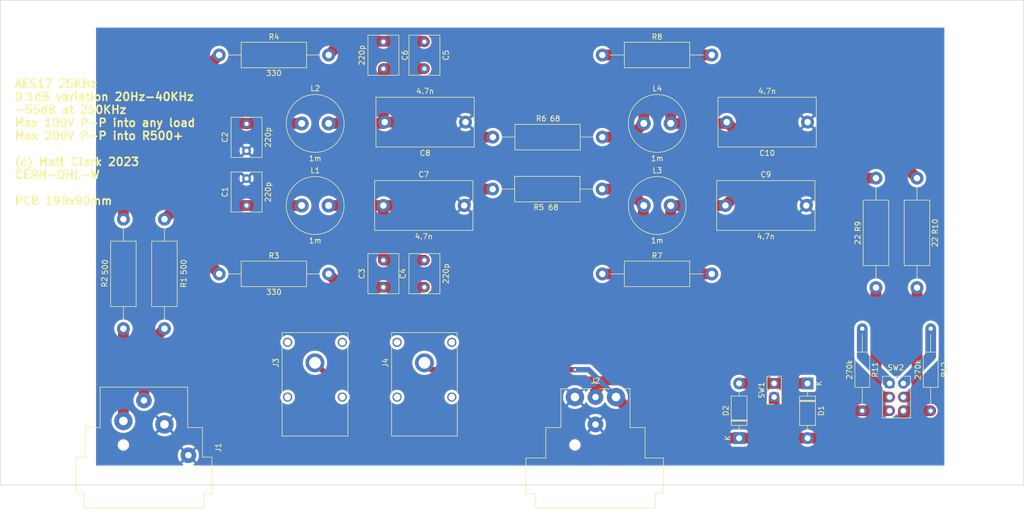
<source format=kicad_pcb>
(kicad_pcb (version 20221018) (generator pcbnew)
  (layers (0 "F.Cu" signal) (31 "B.Cu" signal) (34 "B.Paste" user) (35 "F.Paste" user) (36 "B.SilkS" user "B.Silkscreen") (37 "F.SilkS" user "F.Silkscreen") (38 "B.Mask" user) (39 "F.Mask" user) (44 "Edge.Cuts" user))
  (net 0 "")
  (net 1 "Net-(C1-Pad1)")
  (net 2 "Net-(C2-Pad2)")
  (net 3 "Net-(C3-Pad1)")
  (net 4 "Net-(C3-Pad2)")
  (net 5 "Net-(C5-Pad1)")
  (net 6 "Net-(C5-Pad2)")
  (net 7 "Net-(C9-Pad1)")
  (net 8 "Net-(C10-Pad2)")
  (net 9 "Net-(D1-K)")
  (net 10 "Net-(D1-A)")
  (net 11 "GND")
  (net 12 "Net-(J1-Pad2)")
  (net 13 "Net-(J1-Pad3)")
  (net 14 "Net-(L3-Pad1)")
  (net 15 "Net-(L4-Pad1)")
  (net 16 "Net-(SW2A-B)")
  (net 17 "Net-(SW2B-B)")
  (net 18 "Net-(SW2A-C)")
  (net 19 "Net-(SW2B-C)")
  (net 20 "Net-(J3-Pin_1)")
  (footprint "Connector:Banana_Cliff_FCR7350x_S16N-PC_Horizontal" (layer "F.Cu") (at 129.54 115.56 90)
    (fp_text reference "J4" (at 0 -7.25 90 unlocked) (layer "F.SilkS"))
    (fp_text value "Conn_01x01_Pin")
    (fp_line (start -13.6 -6.1) (end -13.6 6.1) (stroke (width 0.12)) (layer "F.SilkS"))
    (fp_line (start -13.6 6.1) (end -7 6.1) (stroke (width 0.12)) (layer "F.SilkS"))
    (fp_line (start -7 -6.1) (end -13.6 -6.1) (stroke (width 0.12)) (layer "F.SilkS"))
    (fp_line (start -5.7 6.1) (end 3.2 6.1) (stroke (width 0.12)) (layer "F.SilkS"))
    (fp_line (start 3.2 -6.1) (end -5.7 -6.1) (stroke (width 0.12)) (layer "F.SilkS"))
    (fp_line (start 4.4 6.1) (end 5.6 6.1) (stroke (width 0.12)) (layer "F.SilkS"))
    (fp_line (start 5.6 -6.1) (end 4.4 -6.1) (stroke (width 0.12)) (layer "F.SilkS"))
    (fp_line (start 5.6 6.1) (end 5.6 -6.1) (stroke (width 0.12)) (layer "F.SilkS"))
    (pad "" np_thru_hole circle (at -6.36 -5.08 90) (size 1.7 1.7) (drill 1.2) (layers "F&B.Cu" "*.Mask"))
    (pad "" np_thru_hole circle (at -6.36 5.08 90) (size 1.7 1.7) (drill 1.2) (layers "F&B.Cu" "*.Mask"))
    (pad "" np_thru_hole circle (at 3.8 -5.08 90) (size 1.7 1.7) (drill 1.2) (layers "F&B.Cu" "*.Mask"))
    (pad "" np_thru_hole circle (at 3.8 5.08 90) (size 1.7 1.7) (drill 1.2) (layers "F&B.Cu" "*.Mask"))
    (pad "1" thru_hole circle (at 0 0 90) (size 3.5 3.5) (drill 2.2) (layers "*.Cu" "*.Mask") (net 10 "Net-(D1-A)"))
  )
  (footprint "Capacitor_THT:C_Rect_L18.0mm_W9.0mm_P15.00mm_FKS3_FKP3" (layer "F.Cu") (at 200.66 70.88 180)
    (fp_text reference "C10" (at 7.5 -5.75) (layer "F.SilkS"))
    (fp_text value "4.7n" (at 7.5 5.75) (layer "F.SilkS"))
    (fp_line (start -1.62 -4.62) (end -1.62 4.62) (stroke (width 0.12)) (layer "F.SilkS"))
    (fp_line (start -1.62 -4.62) (end 16.62 -4.62) (stroke (width 0.12)) (layer "F.SilkS"))
    (fp_line (start -1.62 4.62) (end 16.62 4.62) (stroke (width 0.12)) (layer "F.SilkS"))
    (fp_line (start 16.62 -4.62) (end 16.62 4.62) (stroke (width 0.12)) (layer "F.SilkS"))
    (pad "1" thru_hole circle (at 0 0 180) (size 2.4 2.4) (drill 1.2) (layers "*.Cu" "*.Mask") (net 11 "GND"))
    (pad "2" thru_hole circle (at 15 0 180) (size 2.4 2.4) (drill 1.2) (layers "*.Cu" "*.Mask") (net 8 "Net-(C10-Pad2)"))
  )
  (footprint "Resistor_THT:R_Axial_DIN0414_L11.9mm_D4.5mm_P20.32mm_Horizontal" (layer "F.Cu") (at 73.66 109.22 90)
    (fp_text reference "R2" (at 8.660205 -3.497465 90) (layer "F.SilkS"))
    (fp_text value "500" (at 11.432677 -3.402029 90) (layer "F.SilkS"))
    (fp_line (start 1.44 0) (end 4.09 0) (stroke (width 0.12)) (layer "F.SilkS"))
    (fp_line (start 4.09 -2.37) (end 4.09 2.37) (stroke (width 0.12)) (layer "F.SilkS"))
    (fp_line (start 4.09 2.37) (end 16.23 2.37) (stroke (width 0.12)) (layer "F.SilkS"))
    (fp_line (start 16.23 -2.37) (end 4.09 -2.37) (stroke (width 0.12)) (layer "F.SilkS"))
    (fp_line (start 16.23 2.37) (end 16.23 -2.37) (stroke (width 0.12)) (layer "F.SilkS"))
    (fp_line (start 18.88 0) (end 16.23 0) (stroke (width 0.12)) (layer "F.SilkS"))
    (pad "1" thru_hole circle (at 0 0 90) (size 2.4 2.4) (drill 1.2) (layers "*.Cu" "*.Mask") (net 12 "Net-(J1-Pad2)"))
    (pad "2" thru_hole oval (at 20.32 0 90) (size 2.4 2.4) (drill 1.2) (layers "*.Cu" "*.Mask") (net 2 "Net-(C2-Pad2)"))
  )
  (footprint "Connector_Audio:Jack_XLR_Neutrik_NC3MAAH_Horizontal" (layer "F.Cu") (at 157.48 121.92)
    (fp_text reference "J2" (at 3.81 -3) (layer "F.SilkS"))
    (fp_text value "NC3MAAH")
    (fp_line (start -9.11 11.31) (end -5.41 11.31) (stroke (width 0.12)) (layer "F.SilkS"))
    (fp_line (start -9.11 17.9) (end -9.11 11.31) (stroke (width 0.12)) (layer "F.SilkS"))
    (fp_line (start -7.31 17.9) (end -9.11 17.9) (stroke (width 0.12)) (layer "F.SilkS"))
    (fp_line (start -7.31 17.9) (end -7.31 20.6) (stroke (width 0.12)) (layer "F.SilkS"))
    (fp_line (start -5.41 11.31) (end -5.41 5.66) (stroke (width 0.12)) (layer "F.SilkS"))
    (fp_line (start -2.61 5.66) (end -5.41 5.66) (stroke (width 0.12)) (layer "F.SilkS"))
    (fp_line (start -2.61 5.66) (end -2.61 -1.54) (stroke (width 0.12)) (layer "F.SilkS"))
    (fp_line (start -1.19 -1.54) (end -2.61 -1.54) (stroke (width 0.12)) (layer "F.SilkS"))
    (fp_line (start 3.11 -1.54) (end 1.21 -1.54) (stroke (width 0.12)) (layer "F.SilkS"))
    (fp_line (start 4.51 -1.54) (end 6.41 -1.54) (stroke (width 0.12)) (layer "F.SilkS"))
    (fp_line (start 10.23 -1.54) (end 8.81 -1.54) (stroke (width 0.12)) (layer "F.SilkS"))
    (fp_line (start 10.23 5.66) (end 10.23 -1.54) (stroke (width 0.12)) (layer "F.SilkS"))
    (fp_line (start 10.23 5.66) (end 13.03 5.66) (stroke (width 0.12)) (layer "F.SilkS"))
    (fp_line (start 13.03 11.31) (end 13.03 5.66) (stroke (width 0.12)) (layer "F.SilkS"))
    (fp_line (start 13.03 11.31) (end 16.43 11.31) (stroke (width 0.12)) (layer "F.SilkS"))
    (fp_line (start 14.93 17.9) (end 14.93 20.6) (stroke (width 0.12)) (layer "F.SilkS"))
    (fp_line (start 14.93 20.6) (end -7.31 20.6) (stroke (width 0.12)) (layer "F.SilkS"))
    (fp_line (start 16.43 17.9) (end 14.93 17.9) (stroke (width 0.12)) (layer "F.SilkS"))
    (fp_line (start 16.43 17.9) (end 16.43 11.31) (stroke (width 0.12)) (layer "F.SilkS"))
    (pad "" np_thru_hole circle (at 0 8.89) (size 1.6 1.6) (drill 1.6) (layers "*.Cu" "*.Mask"))
    (pad "" np_thru_hole circle (at 7.62 13.97) (size 1.6 1.6) (drill 1.6) (layers "*.Cu" "*.Mask"))
    (pad "1" thru_hole circle (at 0 0) (size 3.4 3.4) (drill 1.6) (layers "*.Cu" "*.Mask") (net 11 "GND"))
    (pad "2" thru_hole circle (at 7.62 0) (size 3.4 3.4) (drill 1.6) (layers "*.Cu" "*.Mask") (net 10 "Net-(D1-A)"))
    (pad "3" thru_hole circle (at 3.81 0) (size 2.9 2.9) (drill 1.2) (layers "*.Cu" "*.Mask") (net 20 "Net-(J3-Pin_1)"))
    (pad "G" thru_hole circle (at 3.81 5.08) (size 2.9 2.9) (drill 1.2) (layers "*.Cu" "*.Mask") (net 11 "GND"))
  )
  (footprint "MountingHole:MountingHole_3.2mm_M3" (layer "F.Cu") (at 233.68 55.88)
    (fp_text reference "H2" hide)
    (fp_text value "MountingHole")
    (pad "" np_thru_hole circle (at 0 0) (size 3.2 3.2) (drill 3.2) (layers "*.Cu" "*.Mask"))
  )
  (footprint "Capacitor_THT:C_Rect_L7.2mm_W5.5mm_P5.00mm_FKS2_FKP2_MKS2_MKP2" (layer "F.Cu") (at 96.52 76.2 90)
    (fp_text reference "C2" (at 2.5 -4 90) (layer "F.SilkS"))
    (fp_text value "220p" (at 2.5 4 90) (layer "F.SilkS"))
    (fp_line (start -1.22 -2.87) (end -1.22 2.87) (stroke (width 0.12)) (layer "F.SilkS"))
    (fp_line (start -1.22 -2.87) (end 6.22 -2.87) (stroke (width 0.12)) (layer "F.SilkS"))
    (fp_line (start -1.22 2.87) (end 6.22 2.87) (stroke (width 0.12)) (layer "F.SilkS"))
    (fp_line (start 6.22 -2.87) (end 6.22 2.87) (stroke (width 0.12)) (layer "F.SilkS"))
    (pad "1" thru_hole circle (at 0 0 90) (size 1.6 1.6) (drill 0.8) (layers "*.Cu" "*.Mask") (net 11 "GND"))
    (pad "2" thru_hole circle (at 5 0 90) (size 1.6 1.6) (drill 0.8) (layers "*.Cu" "*.Mask") (net 2 "Net-(C2-Pad2)"))
  )
  (footprint "Resistor_THT:R_Axial_DIN0414_L11.9mm_D4.5mm_P20.32mm_Horizontal" (layer "F.Cu") (at 220.98 81.28 -90)
    (fp_text reference "R10" (at 8.98852 -3.37 90) (layer "F.SilkS"))
    (fp_text value "22" (at 11.836897 -3.349269 90) (layer "F.SilkS"))
    (fp_line (start 1.44 0) (end 4.09 0) (stroke (width 0.12)) (layer "F.SilkS"))
    (fp_line (start 4.09 -2.37) (end 4.09 2.37) (stroke (width 0.12)) (layer "F.SilkS"))
    (fp_line (start 4.09 2.37) (end 16.23 2.37) (stroke (width 0.12)) (layer "F.SilkS"))
    (fp_line (start 16.23 -2.37) (end 4.09 -2.37) (stroke (width 0.12)) (layer "F.SilkS"))
    (fp_line (start 16.23 2.37) (end 16.23 -2.37) (stroke (width 0.12)) (layer "F.SilkS"))
    (fp_line (start 18.88 0) (end 16.23 0) (stroke (width 0.12)) (layer "F.SilkS"))
    (pad "1" thru_hole circle (at 0 0 270) (size 2.4 2.4) (drill 1.2) (layers "*.Cu" "*.Mask") (net 8 "Net-(C10-Pad2)"))
    (pad "2" thru_hole oval (at 20.32 0 270) (size 2.4 2.4) (drill 1.2) (layers "*.Cu" "*.Mask") (net 17 "Net-(SW2B-B)"))
  )
  (footprint "Resistor_THT:R_Axial_DIN0414_L11.9mm_D4.5mm_P20.32mm_Horizontal" (layer "F.Cu") (at 162.56 58.42)
    (fp_text reference "R8" (at 10.16 -3.37) (layer "F.SilkS"))
    (fp_text value "3300")
    (fp_line (start 1.44 0) (end 4.09 0) (stroke (width 0.12)) (layer "F.SilkS"))
    (fp_line (start 4.09 -2.37) (end 4.09 2.37) (stroke (width 0.12)) (layer "F.SilkS"))
    (fp_line (start 4.09 2.37) (end 16.23 2.37) (stroke (width 0.12)) (layer "F.SilkS"))
    (fp_line (start 16.23 -2.37) (end 4.09 -2.37) (stroke (width 0.12)) (layer "F.SilkS"))
    (fp_line (start 16.23 2.37) (end 16.23 -2.37) (stroke (width 0.12)) (layer "F.SilkS"))
    (fp_line (start 18.88 0) (end 16.23 0) (stroke (width 0.12)) (layer "F.SilkS"))
    (pad "1" thru_hole circle (at 0 0) (size 2.4 2.4) (drill 1.2) (layers "*.Cu" "*.Mask") (net 15 "Net-(L4-Pad1)"))
    (pad "2" thru_hole oval (at 20.32 0) (size 2.4 2.4) (drill 1.2) (layers "*.Cu" "*.Mask") (net 8 "Net-(C10-Pad2)"))
  )
  (footprint "Connector_Audio:Jack_XLR_Neutrik_NC3FAAH2_Horizontal" (layer "F.Cu") (at 81.28 127 -90)
    (fp_text reference "J1" (at 4.3 -10 90) (layer "F.SilkS"))
    (fp_text value "NC3FAAH")
    (fp_line (start -6.92 -4.31) (end -6.92 11.93) (stroke (width 0.12)) (layer "F.SilkS"))
    (fp_line (start 0.58 -7.06) (end 0.58 -4.31) (stroke (width 0.12)) (layer "F.SilkS"))
    (fp_line (start 0.58 -4.31) (end -6.92 -4.31) (stroke (width 0.12)) (layer "F.SilkS"))
    (fp_line (start 0.58 11.93) (end -6.92 11.93) (stroke (width 0.12)) (layer "F.SilkS"))
    (fp_line (start 0.58 11.93) (end 0.58 14.68) (stroke (width 0.12)) (layer "F.SilkS"))
    (fp_line (start 6.08 -7.06) (end 0.58 -7.06) (stroke (width 0.12)) (layer "F.SilkS"))
    (fp_line (start 6.08 -7.06) (end 6.08 -8.81) (stroke (width 0.12)) (layer "F.SilkS"))
    (fp_line (start 6.08 14.68) (end 0.58 14.68) (stroke (width 0.12)) (layer "F.SilkS"))
    (fp_line (start 6.08 16.43) (end 6.08 14.68) (stroke (width 0.12)) (layer "F.SilkS"))
    (fp_line (start 12.82 -8.81) (end 6.08 -8.81) (stroke (width 0.12)) (layer "F.SilkS"))
    (fp_line (start 12.82 -8.81) (end 12.82 -7.31) (stroke (width 0.12)) (layer "F.SilkS"))
    (fp_line (start 12.82 -7.31) (end 15.52 -7.31) (stroke (width 0.12)) (layer "F.SilkS"))
    (fp_line (start 12.82 14.93) (end 12.82 16.43) (stroke (width 0.12)) (layer "F.SilkS"))
    (fp_line (start 12.82 14.93) (end 15.52 14.93) (stroke (width 0.12)) (layer "F.SilkS"))
    (fp_line (start 12.82 16.43) (end 6.08 16.43) (stroke (width 0.12)) (layer "F.SilkS"))
    (fp_line (start 15.52 -7.31) (end 15.52 14.93) (stroke (width 0.12)) (layer "F.SilkS"))
    (pad "" np_thru_hole circle (at 3.81 7.62 270) (size 1.6 1.6) (drill 1.6) (layers "*.Cu" "*.Mask"))
    (pad "" np_thru_hole circle (at 8.89 0 270) (size 1.6 1.6) (drill 1.6) (layers "*.Cu" "*.Mask"))
    (pad "1" thru_hole circle (at 0 0 270) (size 3.4 3.4) (drill 1.6) (layers "*.Cu" "*.Mask") (net 11 "GND"))
    (pad "2" thru_hole circle (at -0.635 7.62 270) (size 3.4 3.4) (drill 1.6) (layers "*.Cu" "*.Mask") (net 12 "Net-(J1-Pad2)"))
    (pad "3" thru_hole circle (at -4.45 3.81 270) (size 2.9 2.9) (drill 1.2) (layers "*.Cu" "*.Mask") (net 13 "Net-(J1-Pad3)"))
    (pad "G" thru_hole circle (at 5.72 -4.44 270) (size 2.9 2.9) (drill 1.2) (layers "*.Cu" "*.Mask") (net 11 "GND"))
  )
  (footprint "Inductor_THT:L_Radial_D10.5mm_P5.00mm_Abacron_AISR-01" (layer "F.Cu") (at 106.76 71.12)
    (fp_text reference "L2" (at 2.5 -6.5) (layer "F.SilkS"))
    (fp_text value "1m" (at 2.5 6.5) (layer "F.SilkS"))
    (fp_circle (center 2.5 0) (end 7.87 0) (stroke (width 0.12)) (fill none) (layer "F.SilkS"))
    (pad "1" thru_hole circle (at 0 0) (size 2.6 2.6) (drill 1.3) (layers "*.Cu" "*.Mask") (net 2 "Net-(C2-Pad2)"))
    (pad "2" thru_hole circle (at 5 0) (size 2.6 2.6) (drill 1.3) (layers "*.Cu" "*.Mask") (net 6 "Net-(C5-Pad2)"))
  )
  (footprint "Capacitor_THT:C_Rect_L7.2mm_W5.5mm_P5.00mm_FKS2_FKP2_MKS2_MKP2" (layer "F.Cu") (at 121.92 55.96 -90)
    (fp_text reference "C6" (at 2.5 -4 90) (layer "F.SilkS"))
    (fp_text value "220p" (at 2.5 4 90) (layer "F.SilkS"))
    (fp_line (start -1.22 -2.87) (end -1.22 2.87) (stroke (width 0.12)) (layer "F.SilkS"))
    (fp_line (start -1.22 -2.87) (end 6.22 -2.87) (stroke (width 0.12)) (layer "F.SilkS"))
    (fp_line (start -1.22 2.87) (end 6.22 2.87) (stroke (width 0.12)) (layer "F.SilkS"))
    (fp_line (start 6.22 -2.87) (end 6.22 2.87) (stroke (width 0.12)) (layer "F.SilkS"))
    (pad "1" thru_hole circle (at 0 0 270) (size 1.6 1.6) (drill 0.8) (layers "*.Cu" "*.Mask") (net 5 "Net-(C5-Pad1)"))
    (pad "2" thru_hole circle (at 5 0 270) (size 1.6 1.6) (drill 0.8) (layers "*.Cu" "*.Mask") (net 6 "Net-(C5-Pad2)"))
  )
  (footprint "Resistor_THT:R_Axial_DIN0414_L11.9mm_D4.5mm_P20.32mm_Horizontal" (layer "F.Cu") (at 162.56 99.06)
    (fp_text reference "R7" (at 10.16 -3.37) (layer "F.SilkS"))
    (fp_text value "3300")
    (fp_line (start 1.44 0) (end 4.09 0) (stroke (width 0.12)) (layer "F.SilkS"))
    (fp_line (start 4.09 -2.37) (end 4.09 2.37) (stroke (width 0.12)) (layer "F.SilkS"))
    (fp_line (start 4.09 2.37) (end 16.23 2.37) (stroke (width 0.12)) (layer "F.SilkS"))
    (fp_line (start 16.23 -2.37) (end 4.09 -2.37) (stroke (width 0.12)) (layer "F.SilkS"))
    (fp_line (start 16.23 2.37) (end 16.23 -2.37) (stroke (width 0.12)) (layer "F.SilkS"))
    (fp_line (start 18.88 0) (end 16.23 0) (stroke (width 0.12)) (layer "F.SilkS"))
    (pad "1" thru_hole circle (at 0 0) (size 2.4 2.4) (drill 1.2) (layers "*.Cu" "*.Mask") (net 14 "Net-(L3-Pad1)"))
    (pad "2" thru_hole oval (at 20.32 0) (size 2.4 2.4) (drill 1.2) (layers "*.Cu" "*.Mask") (net 7 "Net-(C9-Pad1)"))
  )
  (footprint "Inductor_THT:L_Radial_D10.5mm_P5.00mm_Abacron_AISR-01" (layer "F.Cu") (at 106.76 86.36)
    (fp_text reference "L1" (at 2.5 -6.5) (layer "F.SilkS"))
    (fp_text value "1m" (at 2.5 6.5) (layer "F.SilkS"))
    (fp_circle (center 2.5 0) (end 7.87 0) (stroke (width 0.12)) (fill none) (layer "F.SilkS"))
    (pad "1" thru_hole circle (at 0 0) (size 2.6 2.6) (drill 1.3) (layers "*.Cu" "*.Mask") (net 1 "Net-(C1-Pad1)"))
    (pad "2" thru_hole circle (at 5 0) (size 2.6 2.6) (drill 1.3) (layers "*.Cu" "*.Mask") (net 4 "Net-(C3-Pad2)"))
  )
  (footprint "Diode_THT:D_DO-41_SOD81_P10.16mm_Horizontal" (layer "F.Cu") (at 187.96 129.54 90)
    (fp_text reference "D2" (at 5.08 -2.47 90) (layer "F.SilkS"))
    (fp_text value "D_Zener")
    (fp_text user "K" (at 0 -2.1 90) (layer "F.SilkS"))
    (fp_line (start 1.34 0) (end 2.36 0) (stroke (width 0.12)) (layer "F.SilkS"))
    (fp_line (start 2.36 -1.47) (end 2.36 1.47) (stroke (width 0.12)) (layer "F.SilkS"))
    (fp_line (start 2.36 1.47) (end 7.8 1.47) (stroke (width 0.12)) (layer "F.SilkS"))
    (fp_line (start 3.14 -1.47) (end 3.14 1.47) (stroke (width 0.12)) (layer "F.SilkS"))
    (fp_line (start 3.26 -1.47) (end 3.26 1.47) (stroke (width 0.12)) (layer "F.SilkS"))
    (fp_line (start 3.38 -1.47) (end 3.38 1.47) (stroke (width 0.12)) (layer "F.SilkS"))
    (fp_line (start 7.8 -1.47) (end 2.36 -1.47) (stroke (width 0.12)) (layer "F.SilkS"))
    (fp_line (start 7.8 1.47) (end 7.8 -1.47) (stroke (width 0.12)) (layer "F.SilkS"))
    (fp_line (start 8.82 0) (end 7.8 0) (stroke (width 0.12)) (layer "F.SilkS"))
    (pad "1" thru_hole rect (at 0 0 90) (size 2.2 2.2) (drill 1.1) (layers "*.Cu" "*.Mask") (net 10 "Net-(D1-A)"))
    (pad "2" thru_hole oval (at 10.16 0 90) (size 2.2 2.2) (drill 1.1) (layers "*.Cu" "*.Mask") (net 9 "Net-(D1-K)"))
  )
  (footprint "Capacitor_THT:C_Rect_L18.0mm_W9.0mm_P15.00mm_FKS3_FKP3" (layer "F.Cu") (at 121.92 86.36)
    (fp_text reference "C7" (at 7.5 -5.75) (layer "F.SilkS"))
    (fp_text value "4.7n" (at 7.5 5.75) (layer "F.SilkS"))
    (fp_line (start -1.62 -4.62) (end -1.62 4.62) (stroke (width 0.12)) (layer "F.SilkS"))
    (fp_line (start -1.62 -4.62) (end 16.62 -4.62) (stroke (width 0.12)) (layer "F.SilkS"))
    (fp_line (start -1.62 4.62) (end 16.62 4.62) (stroke (width 0.12)) (layer "F.SilkS"))
    (fp_line (start 16.62 -4.62) (end 16.62 4.62) (stroke (width 0.12)) (layer "F.SilkS"))
    (pad "1" thru_hole circle (at 0 0) (size 2.4 2.4) (drill 1.2) (layers "*.Cu" "*.Mask") (net 4 "Net-(C3-Pad2)"))
    (pad "2" thru_hole circle (at 15 0) (size 2.4 2.4) (drill 1.2) (layers "*.Cu" "*.Mask") (net 11 "GND"))
  )
  (footprint "Capacitor_THT:C_Rect_L7.2mm_W5.5mm_P5.00mm_FKS2_FKP2_MKS2_MKP2" (layer "F.Cu") (at 129.54 101.52 90)
    (fp_text reference "C4" (at 2.5 -4 90) (layer "F.SilkS"))
    (fp_text value "220p" (at 2.5 4 90) (layer "F.SilkS"))
    (fp_line (start -1.22 -2.87) (end -1.22 2.87) (stroke (width 0.12)) (layer "F.SilkS"))
    (fp_line (start -1.22 -2.87) (end 6.22 -2.87) (stroke (width 0.12)) (layer "F.SilkS"))
    (fp_line (start -1.22 2.87) (end 6.22 2.87) (stroke (width 0.12)) (layer "F.SilkS"))
    (fp_line (start 6.22 -2.87) (end 6.22 2.87) (stroke (width 0.12)) (layer "F.SilkS"))
    (pad "1" thru_hole circle (at 0 0 90) (size 1.6 1.6) (drill 0.8) (layers "*.Cu" "*.Mask") (net 3 "Net-(C3-Pad1)"))
    (pad "2" thru_hole circle (at 5 0 90) (size 1.6 1.6) (drill 0.8) (layers "*.Cu" "*.Mask") (net 4 "Net-(C3-Pad2)"))
  )
  (footprint "Resistor_THT:R_Axial_DIN0414_L11.9mm_D4.5mm_P20.32mm_Horizontal" (layer "F.Cu") (at 213.36 81.28 -90)
    (fp_text reference "R9" (at 8.966772 3.344099 90) (layer "F.SilkS"))
    (fp_text value "22" (at 11.390053 3.37 90) (layer "F.SilkS"))
    (fp_line (start 1.44 0) (end 4.09 0) (stroke (width 0.12)) (layer "F.SilkS"))
    (fp_line (start 4.09 -2.37) (end 4.09 2.37) (stroke (width 0.12)) (layer "F.SilkS"))
    (fp_line (start 4.09 2.37) (end 16.23 2.37) (stroke (width 0.12)) (layer "F.SilkS"))
    (fp_line (start 16.23 -2.37) (end 4.09 -2.37) (stroke (width 0.12)) (layer "F.SilkS"))
    (fp_line (start 16.23 2.37) (end 16.23 -2.37) (stroke (width 0.12)) (layer "F.SilkS"))
    (fp_line (start 18.88 0) (end 16.23 0) (stroke (width 0.12)) (layer "F.SilkS"))
    (pad "1" thru_hole circle (at 0 0 270) (size 2.4 2.4) (drill 1.2) (layers "*.Cu" "*.Mask") (net 7 "Net-(C9-Pad1)"))
    (pad "2" thru_hole oval (at 20.32 0 270) (size 2.4 2.4) (drill 1.2) (layers "*.Cu" "*.Mask") (net 16 "Net-(SW2A-B)"))
  )
  (footprint "Resistor_THT:R_Axial_DIN0414_L11.9mm_D4.5mm_P20.32mm_Horizontal" (layer "F.Cu") (at 142.207136 83.314162)
    (fp_text reference "R5" (at 8.54663 3.376772) (layer "F.SilkS"))
    (fp_text value "68" (at 11.256969 3.402673) (layer "F.SilkS"))
    (fp_line (start 1.44 0) (end 4.09 0) (stroke (width 0.12)) (layer "F.SilkS"))
    (fp_line (start 4.09 -2.37) (end 4.09 2.37) (stroke (width 0.12)) (layer "F.SilkS"))
    (fp_line (start 4.09 2.37) (end 16.23 2.37) (stroke (width 0.12)) (layer "F.SilkS"))
    (fp_line (start 16.23 -2.37) (end 4.09 -2.37) (stroke (width 0.12)) (layer "F.SilkS"))
    (fp_line (start 16.23 2.37) (end 16.23 -2.37) (stroke (width 0.12)) (layer "F.SilkS"))
    (fp_line (start 18.88 0) (end 16.23 0) (stroke (width 0.12)) (layer "F.SilkS"))
    (pad "1" thru_hole circle (at 0 0) (size 2.4 2.4) (drill 1.2) (layers "*.Cu" "*.Mask") (net 4 "Net-(C3-Pad2)"))
    (pad "2" thru_hole oval (at 20.32 0) (size 2.4 2.4) (drill 1.2) (layers "*.Cu" "*.Mask") (net 14 "Net-(L3-Pad1)"))
  )
  (footprint "Capacitor_THT:C_Rect_L18.0mm_W9.0mm_P15.00mm_FKS3_FKP3" (layer "F.Cu") (at 185.42 86.36)
    (fp_text reference "C9" (at 7.5 -5.75) (layer "F.SilkS"))
    (fp_text value "4.7n" (at 7.5 5.75) (layer "F.SilkS"))
    (fp_line (start -1.62 -4.62) (end -1.62 4.62) (stroke (width 0.12)) (layer "F.SilkS"))
    (fp_line (start -1.62 -4.62) (end 16.62 -4.62) (stroke (width 0.12)) (layer "F.SilkS"))
    (fp_line (start -1.62 4.62) (end 16.62 4.62) (stroke (width 0.12)) (layer "F.SilkS"))
    (fp_line (start 16.62 -4.62) (end 16.62 4.62) (stroke (width 0.12)) (layer "F.SilkS"))
    (pad "1" thru_hole circle (at 0 0) (size 2.4 2.4) (drill 1.2) (layers "*.Cu" "*.Mask") (net 7 "Net-(C9-Pad1)"))
    (pad "2" thru_hole circle (at 15 0) (size 2.4 2.4) (drill 1.2) (layers "*.Cu" "*.Mask") (net 11 "GND"))
  )
  (footprint "Resistor_THT:R_Axial_DIN0207_L6.3mm_D2.5mm_P15.24mm_Horizontal" (layer "F.Cu") (at 223.52 109.22 -90)
    (fp_text reference "R12" (at 7.62 -2.54 90) (layer "F.SilkS"))
    (fp_text value "270k" (at 7.62 2.37 90) (layer "F.SilkS"))
    (fp_line (start 1.04 0) (end 4.35 0) (stroke (width 0.12)) (layer "F.SilkS"))
    (fp_line (start 4.35 -1.37) (end 4.35 1.37) (stroke (width 0.12)) (layer "F.SilkS"))
    (fp_line (start 4.35 1.37) (end 10.89 1.37) (stroke (width 0.12)) (layer "F.SilkS"))
    (fp_line (start 10.89 -1.37) (end 4.35 -1.37) (stroke (width 0.12)) (layer "F.SilkS"))
    (fp_line (start 10.89 1.37) (end 10.89 -1.37) (stroke (width 0.12)) (layer "F.SilkS"))
    (fp_line (start 14.2 0) (end 10.89 0) (stroke (width 0.12)) (layer "F.SilkS"))
    (pad "1" thru_hole circle (at 0 0 270) (size 1.6 1.6) (drill 0.8) (layers "*.Cu" "*.Mask") (net 19 "Net-(SW2B-C)"))
    (pad "2" thru_hole oval (at 15.24 0 270) (size 1.6 1.6) (drill 0.8) (layers "*.Cu" "*.Mask") (net 10 "Net-(D1-A)"))
  )
  (footprint "Diode_THT:D_DO-41_SOD81_P10.16mm_Horizontal" (layer "F.Cu") (at 200.66 119.38 -90)
    (fp_text reference "D1" (at 5.08 -2.54 90) (layer "F.SilkS"))
    (fp_text value "D_Zener")
    (fp_text user "K" (at 0 -2.1 90) (layer "F.SilkS"))
    (fp_line (start 1.34 0) (end 2.36 0) (stroke (width 0.12)) (layer "F.SilkS"))
    (fp_line (start 2.36 -1.47) (end 2.36 1.47) (stroke (width 0.12)) (layer "F.SilkS"))
    (fp_line (start 2.36 1.47) (end 7.8 1.47) (stroke (width 0.12)) (layer "F.SilkS"))
    (fp_line (start 3.14 -1.47) (end 3.14 1.47) (stroke (width 0.12)) (layer "F.SilkS"))
    (fp_line (start 3.26 -1.47) (end 3.26 1.47) (stroke (width 0.12)) (layer "F.SilkS"))
    (fp_line (start 3.38 -1.47) (end 3.38 1.47) (stroke (width 0.12)) (layer "F.SilkS"))
    (fp_line (start 7.8 -1.47) (end 2.36 -1.47) (stroke (width 0.12)) (layer "F.SilkS"))
    (fp_line (start 7.8 1.47) (end 7.8 -1.47) (stroke (width 0.12)) (layer "F.SilkS"))
    (fp_line (start 8.82 0) (end 7.8 0) (stroke (width 0.12)) (layer "F.SilkS"))
    (pad "1" thru_hole rect (at 0 0 270) (size 2.2 2.2) (drill 1.1) (layers "*.Cu" "*.Mask") (net 9 "Net-(D1-K)"))
    (pad "2" thru_hole oval (at 10.16 0 270) (size 2.2 2.2) (drill 1.1) (layers "*.Cu" "*.Mask") (net 10 "Net-(D1-A)"))
  )
  (footprint "MountingHole:MountingHole_3.2mm_M3" (layer "F.Cu") (at 58.42 55.88)
    (fp_text reference "H1" hide)
    (fp_text value "MountingHole")
    (pad "" np_thru_hole circle (at 0 0) (size 3.2 3.2) (drill 3.2) (layers "*.Cu" "*.Mask"))
  )
  (footprint "Inductor_THT:L_Radial_D10.5mm_P5.00mm_Abacron_AISR-01" (layer "F.Cu") (at 170.26 71.12)
    (fp_text reference "L4" (at 2.5 -6.5) (layer "F.SilkS"))
    (fp_text value "1m" (at 2.5 6.5) (layer "F.SilkS"))
    (fp_circle (center 2.5 0) (end 7.87 0) (stroke (width 0.12)) (fill none) (layer "F.SilkS"))
    (pad "1" thru_hole circle (at 0 0) (size 2.6 2.6) (drill 1.3) (layers "*.Cu" "*.Mask") (net 15 "Net-(L4-Pad1)"))
    (pad "2" thru_hole circle (at 5 0) (size 2.6 2.6) (drill 1.3) (layers "*.Cu" "*.Mask") (net 8 "Net-(C10-Pad2)"))
  )
  (footprint "MountingHole:MountingHole_3.2mm_M3" (layer "F.Cu") (at 58.42 129.54)
    (fp_text reference "H3" hide)
    (fp_text value "MountingHole")
    (pad "" np_thru_hole circle (at 0 0) (size 3.2 3.2) (drill 3.2) (layers "*.Cu" "*.Mask"))
  )
  (footprint "Connector_PinHeader_2.54mm:PinHeader_2x01_P2.54mm_Vertical" (layer "F.Cu") (at 194.461534 121.92 90)
    (fp_text reference "SW1" (at 1.27 -2.33 90) (layer "F.SilkS"))
    (fp_text value "SW_SPST")
    (fp_line (start -1.33 -1.33) (end 0 -1.33) (stroke (width 0.12)) (layer "F.SilkS"))
    (fp_line (start -1.33 0) (end -1.33 -1.33) (stroke (width 0.12)) (layer "F.SilkS"))
    (fp_line (start -1.33 1.27) (end -1.33 1.33) (stroke (width 0.12)) (layer "F.SilkS"))
    (fp_line (start -1.33 1.27) (end 1.27 1.27) (stroke (width 0.12)) (layer "F.SilkS"))
    (fp_line (start -1.33 1.33) (end 3.87 1.33) (stroke (width 0.12)) (layer "F.SilkS"))
    (fp_line (start 1.27 -1.33) (end 3.87 -1.33) (stroke (width 0.12)) (layer "F.SilkS"))
    (fp_line (start 1.27 1.27) (end 1.27 -1.33) (stroke (width 0.12)) (layer "F.SilkS"))
    (fp_line (start 3.87 -1.33) (end 3.87 1.33) (stroke (width 0.12)) (layer "F.SilkS"))
    (pad "1" thru_hole rect (at 0 0 90) (size 1.7 1.7) (drill 1) (layers "*.Cu" "*.Mask") (net 20 "Net-(J3-Pin_1)"))
    (pad "2" thru_hole oval (at 2.54 0 90) (size 1.7 1.7) (drill 1) (layers "*.Cu" "*.Mask") (net 9 "Net-(D1-K)"))
  )
  (footprint "Resistor_THT:R_Axial_DIN0414_L11.9mm_D4.5mm_P20.32mm_Horizontal" (layer "F.Cu") (at 81.28 109.22 90)
    (fp_text reference "R1" (at 8.572662 3.572437 90) (layer "F.SilkS"))
    (fp_text value "500" (at 11.446466 3.593994 90) (layer "F.SilkS"))
    (fp_line (start 1.44 0) (end 4.09 0) (stroke (width 0.12)) (layer "F.SilkS"))
    (fp_line (start 4.09 -2.37) (end 4.09 2.37) (stroke (width 0.12)) (layer "F.SilkS"))
    (fp_line (start 4.09 2.37) (end 16.23 2.37) (stroke (width 0.12)) (layer "F.SilkS"))
    (fp_line (start 16.23 -2.37) (end 4.09 -2.37) (stroke (width 0.12)) (layer "F.SilkS"))
    (fp_line (start 16.23 2.37) (end 16.23 -2.37) (stroke (width 0.12)) (layer "F.SilkS"))
    (fp_line (start 18.88 0) (end 16.23 0) (stroke (width 0.12)) (layer "F.SilkS"))
    (pad "1" thru_hole circle (at 0 0 90) (size 2.4 2.4) (drill 1.2) (layers "*.Cu" "*.Mask") (net 13 "Net-(J1-Pad3)"))
    (pad "2" thru_hole oval (at 20.32 0 90) (size 2.4 2.4) (drill 1.2) (layers "*.Cu" "*.Mask") (net 1 "Net-(C1-Pad1)"))
  )
  (footprint "Capacitor_THT:C_Rect_L7.2mm_W5.5mm_P5.00mm_FKS2_FKP2_MKS2_MKP2" (layer "F.Cu") (at 129.54 55.96 -90)
    (fp_text reference "C5" (at 2.5 -4 90) (layer "F.SilkS"))
    (fp_text value "220p")
    (fp_line (start -1.22 -2.87) (end -1.22 2.87) (stroke (width 0.12)) (layer "F.SilkS"))
    (fp_line (start -1.22 -2.87) (end 6.22 -2.87) (stroke (width 0.12)) (layer "F.SilkS"))
    (fp_line (start -1.22 2.87) (end 6.22 2.87) (stroke (width 0.12)) (layer "F.SilkS"))
    (fp_line (start 6.22 -2.87) (end 6.22 2.87) (stroke (width 0.12)) (layer "F.SilkS"))
    (pad "1" thru_hole circle (at 0 0 270) (size 1.6 1.6) (drill 0.8) (layers "*.Cu" "*.Mask") (net 5 "Net-(C5-Pad1)"))
    (pad "2" thru_hole circle (at 5 0 270) (size 1.6 1.6) (drill 0.8) (layers "*.Cu" "*.Mask") (net 6 "Net-(C5-Pad2)"))
  )
  (footprint "Resistor_THT:R_Axial_DIN0414_L11.9mm_D4.5mm_P20.32mm_Horizontal" (layer "F.Cu") (at 142.24 73.66)
    (fp_text reference "R6" (at 8.98852 -3.428574) (layer "F.SilkS"))
    (fp_text value "68" (at 11.549839 -3.407843) (layer "F.SilkS"))
    (fp_line (start 1.44 0) (end 4.09 0) (stroke (width 0.12)) (layer "F.SilkS"))
    (fp_line (start 4.09 -2.37) (end 4.09 2.37) (stroke (width 0.12)) (layer "F.SilkS"))
    (fp_line (start 4.09 2.37) (end 16.23 2.37) (stroke (width 0.12)) (layer "F.SilkS"))
    (fp_line (start 16.23 -2.37) (end 4.09 -2.37) (stroke (width 0.12)) (layer "F.SilkS"))
    (fp_line (start 16.23 2.37) (end 16.23 -2.37) (stroke (width 0.12)) (layer "F.SilkS"))
    (fp_line (start 18.88 0) (end 16.23 0) (stroke (width 0.12)) (layer "F.SilkS"))
    (pad "1" thru_hole circle (at 0 0) (size 2.4 2.4) (drill 1.2) (layers "*.Cu" "*.Mask") (net 6 "Net-(C5-Pad2)"))
    (pad "2" thru_hole oval (at 20.32 0) (size 2.4 2.4) (drill 1.2) (layers "*.Cu" "*.Mask") (net 15 "Net-(L4-Pad1)"))
  )
  (footprint "Resistor_THT:R_Axial_DIN0207_L6.3mm_D2.5mm_P15.24mm_Horizontal" (layer "F.Cu") (at 210.82 109.22 -90)
    (fp_text reference "R11" (at 7.62 -2.37 90) (layer "F.SilkS"))
    (fp_text value "270k" (at 7.62 2.37 90) (layer "F.SilkS"))
    (fp_line (start 1.04 0) (end 4.35 0) (stroke (width 0.12)) (layer "F.SilkS"))
    (fp_line (start 4.35 -1.37) (end 4.35 1.37) (stroke (width 0.12)) (layer "F.SilkS"))
    (fp_line (start 4.35 1.37) (end 10.89 1.37) (stroke (width 0.12)) (layer "F.SilkS"))
    (fp_line (start 10.89 -1.37) (end 4.35 -1.37) (stroke (width 0.12)) (layer "F.SilkS"))
    (fp_line (start 10.89 1.37) (end 10.89 -1.37) (stroke (width 0.12)) (layer "F.SilkS"))
    (fp_line (start 14.2 0) (end 10.89 0) (stroke (width 0.12)) (layer "F.SilkS"))
    (pad "1" thru_hole circle (at 0 0 270) (size 1.6 1.6) (drill 0.8) (layers "*.Cu" "*.Mask") (net 18 "Net-(SW2A-C)"))
    (pad "2" thru_hole oval (at 15.24 0 270) (size 1.6 1.6) (drill 0.8) (layers "*.Cu" "*.Mask") (net 20 "Net-(J3-Pin_1)"))
  )
  (footprint "Inductor_THT:L_Radial_D10.5mm_P5.00mm_Abacron_AISR-01" (layer "F.Cu") (at 170.26 86.36)
    (fp_text reference "L3" (at 2.5 -6.5) (layer "F.SilkS"))
    (fp_text value "1m" (at 2.5 6.5) (layer "F.SilkS"))
    (fp_circle (center 2.5 0) (end 7.87 0) (stroke (width 0.12)) (fill none) (layer "F.SilkS"))
    (pad "1" thru_hole circle (at 0 0) (size 2.6 2.6) (drill 1.3) (layers "*.Cu" "*.Mask") (net 14 "Net-(L3-Pad1)"))
    (pad "2" thru_hole circle (at 5 0) (size 2.6 2.6) (drill 1.3) (layers "*.Cu" "*.Mask") (net 7 "Net-(C9-Pad1)"))
  )
  (footprint "Connector:Banana_Cliff_FCR7350x_S16N-PC_Horizontal" (layer "F.Cu") (at 109.22 115.56 90)
    (fp_text reference "J3" (at 0 -7.25 90 unlocked) (layer "F.SilkS"))
    (fp_text value "Conn_01x01_Pin")
    (fp_line (start -13.6 -6.1) (end -13.6 6.1) (stroke (width 0.12)) (layer "F.SilkS"))
    (fp_line (start -13.6 6.1) (end -7 6.1) (stroke (width 0.12)) (layer "F.SilkS"))
    (fp_line (start -7 -6.1) (end -13.6 -6.1) (stroke (width 0.12)) (layer "F.SilkS"))
    (fp_line (start -5.7 6.1) (end 3.2 6.1) (stroke (width 0.12)) (layer "F.SilkS"))
    (fp_line (start 3.2 -6.1) (end -5.7 -6.1) (stroke (width 0.12)) (layer "F.SilkS"))
    (fp_line (start 4.4 6.1) (end 5.6 6.1) (stroke (width 0.12)) (layer "F.SilkS"))
    (fp_line (start 5.6 -6.1) (end 4.4 -6.1) (stroke (width 0.12)) (layer "F.SilkS"))
    (fp_line (start 5.6 6.1) (end 5.6 -6.1) (stroke (width 0.12)) (layer "F.SilkS"))
    (pad "" np_thru_hole circle (at -6.36 -5.08 90) (size 1.7 1.7) (drill 1.2) (layers "F&B.Cu" "*.Mask"))
    (pad "" np_thru_hole circle (at -6.36 5.08 90) (size 1.7 1.7) (drill 1.2) (layers "F&B.Cu" "*.Mask"))
    (pad "" np_thru_hole circle (at 3.8 -5.08 90) (size 1.7 1.7) (drill 1.2) (layers "F&B.Cu" "*.Mask"))
    (pad "" np_thru_hole circle (at 3.8 5.08 90) (size 1.7 1.7) (drill 1.2) (layers "F&B.Cu" "*.Mask"))
    (pad "1" thru_hole circle (at 0 0 90) (size 3.5 3.5) (drill 2.2) (layers "*.Cu" "*.Mask") (net 20 "Net-(J3-Pin_1)"))
  )
  (footprint "Capacitor_THT:C_Rect_L7.2mm_W5.5mm_P5.00mm_FKS2_FKP2_MKS2_MKP2" (layer "F.Cu") (at 96.52 86.36 90)
    (fp_text reference "C1" (at 2.5 -4 90) (layer "F.SilkS"))
    (fp_text value "220p" (at 2.5 4 90) (layer "F.SilkS"))
    (fp_line (start -1.22 -2.87) (end -1.22 2.87) (stroke (width 0.12)) (layer "F.SilkS"))
    (fp_line (start -1.22 -2.87) (end 6.22 -2.87) (stroke (width 0.12)) (layer "F.SilkS"))
    (fp_line (start -1.22 2.87) (end 6.22 2.87) (stroke (width 0.12)) (layer "F.SilkS"))
    (fp_line (start 6.22 -2.87) (end 6.22 2.87) (stroke (width 0.12)) (layer "F.SilkS"))
    (pad "1" thru_hole circle (at 0 0 90) (size 1.6 1.6) (drill 0.8) (layers "*.Cu" "*.Mask") (net 1 "Net-(C1-Pad1)"))
    (pad "2" thru_hole circle (at 5 0 90) (size 1.6 1.6) (drill 0.8) (layers "*.Cu" "*.Mask") (net 11 "GND"))
  )
  (footprint "Connector_PinHeader_2.54mm:PinHeader_2x03_P2.54mm_Vertical" (layer "F.Cu") (at 215.9 119.38)
    (fp_text reference "SW2" (at 1.1376 -2.915723) (layer "F.SilkS"))
    (fp_text value "SW_DPDT_x2")
    (fp_line (start -1.33 -1.33) (end 0 -1.33) (stroke (width 0.12)) (layer "F.SilkS"))
    (fp_line (start -1.33 0) (end -1.33 -1.33) (stroke (width 0.12)) (layer "F.SilkS"))
    (fp_line (start -1.33 1.27) (end -1.33 6.41) (stroke (width 0.12)) (layer "F.SilkS"))
    (fp_line (start -1.33 1.27) (end 1.27 1.27) (stroke (width 0.12)) (layer "F.SilkS"))
    (fp_line (start -1.33 6.41) (end 3.87 6.41) (stroke (width 0.12)) (layer "F.SilkS"))
    (fp_line (start 1.27 -1.33) (end 3.87 -1.33) (stroke (width 0.12)) (layer "F.SilkS"))
    (fp_line (start 1.27 1.27) (end 1.27 -1.33) (stroke (width 0.12)) (layer "F.SilkS"))
    (fp_line (start 3.87 -1.33) (end 3.87 6.41) (stroke (width 0.12)) (layer "F.SilkS"))
    (pad "1" thru_hole oval (at 0 5.08) (size 1.7 1.7) (drill 1) (layers "*.Cu" "*.Mask") (net 20 "Net-(J3-Pin_1)"))
    (pad "2" thru_hole oval (at 0 2.54) (size 1.7 1.7) (drill 1) (layers "*.Cu" "*.Mask") (net 16 "Net-(SW2A-B)"))
    (pad "3" thru_hole rect (at 0 0) (size 1.7 1.7) (drill 1) (layers "*.Cu" "*.Mask") (net 18 "Net-(SW2A-C)"))
    (pad "4" thru_hole oval (at 2.54 5.08) (size 1.7 1.7) (drill 1) (layers "*.Cu" "*.Mask") (net 10 "Net-(D1-A)"))
    (pad "5" thru_hole oval (at 2.54 2.54) (size 1.7 1.7) (drill 1) (layers "*.Cu" "*.Mask") (net 17 "Net-(SW2B-B)"))
    (pad "6" thru_hole oval (at 2.54 0) (size 1.7 1.7) (drill 1) (layers "*.Cu" "*.Mask") (net 19 "Net-(SW2B-C)"))
  )
  (footprint "Capacitor_THT:C_Rect_L18.0mm_W9.0mm_P15.00mm_FKS3_FKP3" (layer "F.Cu") (at 137.16 70.88 180)
    (fp_text reference "C8" (at 7.5 -5.75) (layer "F.SilkS"))
    (fp_text value "4.7n" (at 7.5 5.75) (layer "F.SilkS"))
    (fp_line (start -1.62 -4.62) (end -1.62 4.62) (stroke (width 0.12)) (layer "F.SilkS"))
    (fp_line (start -1.62 -4.62) (end 16.62 -4.62) (stroke (width 0.12)) (layer "F.SilkS"))
    (fp_line (start -1.62 4.62) (end 16.62 4.62) (stroke (width 0.12)) (layer "F.SilkS"))
    (fp_line (start 16.62 -4.62) (end 16.62 4.62) (stroke (width 0.12)) (layer "F.SilkS"))
    (pad "1" thru_hole circle (at 0 0 180) (size 2.4 2.4) (drill 1.2) (layers "*.Cu" "*.Mask") (net 11 "GND"))
    (pad "2" thru_hole circle (at 15 0 180) (size 2.4 2.4) (drill 1.2) (layers "*.Cu" "*.Mask") (net 6 "Net-(C5-Pad2)"))
  )
  (footprint "Resistor_THT:R_Axial_DIN0414_L11.9mm_D4.5mm_P20.32mm_Horizontal" (layer "F.Cu") (at 91.44 58.42)
    (fp_text reference "R4" (at 10.16 -3.37) (layer "F.SilkS"))
    (fp_text value "330" (at 10.16 3.37) (layer "F.SilkS"))
    (fp_line (start 1.44 0) (end 4.09 0) (stroke (width 0.12)) (layer "F.SilkS"))
    (fp_line (start 4.09 -2.37) (end 4.09 2.37) (stroke (width 0.12)) (layer "F.SilkS"))
    (fp_line (start 4.09 2.37) (end 16.23 2.37) (stroke (width 0.12)) (layer "F.SilkS"))
    (fp_line (start 16.23 -2.37) (end 4.09 -2.37) (stroke (width 0.12)) (layer "F.SilkS"))
    (fp_line (start 16.23 2.37) (end 16.23 -2.37) (stroke (width 0.12)) (layer "F.SilkS"))
    (fp_line (start 18.88 0) (end 16.23 0) (stroke (width 0.12)) (layer "F.SilkS"))
    (pad "1" thru_hole circle (at 0 0) (size 2.4 2.4) (drill 1.2) (layers "*.Cu" "*.Mask") (net 2 "Net-(C2-Pad2)"))
    (pad "2" thru_hole oval (at 20.32 0) (size 2.4 2.4) (drill 1.2) (layers "*.Cu" "*.Mask") (net 5 "Net-(C5-Pad1)"))
  )
  (footprint "Resistor_THT:R_Axial_DIN0414_L11.9mm_D4.5mm_P20.32mm_Horizontal" (layer "F.Cu") (at 91.44 99.06)
    (fp_text reference "R3" (at 10.16 -3.37) (layer "F.SilkS"))
    (fp_text value "330" (at 10.16 3.37) (layer "F.SilkS"))
    (fp_line (start 1.44 0) (end 4.09 0) (stroke (width 0.12)) (layer "F.SilkS"))
    (fp_line (start 4.09 -2.37) (end 4.09 2.37) (stroke (width 0.12)) (layer "F.SilkS"))
    (fp_line (start 4.09 2.37) (end 16.23 2.37) (stroke (width 0.12)) (layer "F.SilkS"))
    (fp_line (start 16.23 -2.37) (end 4.09 -2.37) (stroke (width 0.12)) (layer "F.SilkS"))
    (fp_line (start 16.23 2.37) (end 16.23 -2.37) (stroke (width 0.12)) (layer "F.SilkS"))
    (fp_line (start 18.88 0) (end 16.23 0) (stroke (width 0.12)) (layer "F.SilkS"))
    (pad "1" thru_hole circle (at 0 0) (size 2.4 2.4) (drill 1.2) (layers "*.Cu" "*.Mask") (net 1 "Net-(C1-Pad1)"))
    (pad "2" thru_hole oval (at 20.32 0) (size 2.4 2.4) (drill 1.2) (layers "*.Cu" "*.Mask") (net 3 "Net-(C3-Pad1)"))
  )
  (footprint "MountingHole:MountingHole_3.2mm_M3" (layer "F.Cu") (at 233.68 129.54)
    (fp_text reference "H4" hide)
    (fp_text value "MountingHole")
    (pad "" np_thru_hole circle (at 0 0) (size 3.2 3.2) (drill 3.2) (layers "*.Cu" "*.Mask"))
  )
  (footprint "Capacitor_THT:C_Rect_L7.2mm_W5.5mm_P5.00mm_FKS2_FKP2_MKS2_MKP2" (layer "F.Cu") (at 121.92 101.52 90)
    (fp_text reference "C3" (at 2.5 -4 90) (layer "F.SilkS"))
    (fp_text value "220p")
    (fp_line (start -1.22 -2.87) (end -1.22 2.87) (stroke (width 0.12)) (layer "F.SilkS"))
    (fp_line (start -1.22 -2.87) (end 6.22 -2.87) (stroke (width 0.12)) (layer "F.SilkS"))
    (fp_line (start -1.22 2.87) (end 6.22 2.87) (stroke (width 0.12)) (layer "F.SilkS"))
    (fp_line (start 6.22 -2.87) (end 6.22 2.87) (stroke (width 0.12)) (layer "F.SilkS"))
    (pad "1" thru_hole circle (at 0 0 90) (size 1.6 1.6) (drill 0.8) (layers "*.Cu" "*.Mask") (net 3 "Net-(C3-Pad1)"))
    (pad "2" thru_hole circle (at 5 0 90) (size 1.6 1.6) (drill 0.8) (layers "*.Cu" "*.Mask") (net 4 "Net-(C3-Pad2)"))
  )
  (gr_rect (start 50.8 48.26) (end 240.8 138.26) (stroke (width 0.1)) (fill none) (layer "Edge.Cuts"))
  (gr_text "AES17 25KHz\n0.1dB variation 20Hz-40KHz\n-55dB at 250KHz\nMax 100V P-P into any load\nMax 200V P-P into R500+\n\n(c) Matt Clark 2023\nCERN-OHL-W\n\nPCB 190x90mm" (at 53.34 86.36) (layer "F.SilkS") (effects (font (size 1.5 1.5) (thickness 0.3) bold) (justify left bottom)))
  (segment (start 88.9 96.52) (end 91.44 99.06) (width 2) (layer "F.Cu") (net 1))
  (segment (start 88.9 86.36) (end 88.9 96.52) (width 2) (layer "F.Cu") (net 1))
  (segment (start 83.82 86.36) (end 88.9 86.36) (width 2) (layer "F.Cu") (net 1))
  (segment (start 88.9 86.36) (end 106.76 86.36) (width 2) (layer "F.Cu") (net 1))
  (segment (start 81.28 88.9) (end 83.82 86.36) (width 2) (layer "F.Cu") (net 1))
  (segment (start 96.44 71.12) (end 96.52 71.2) (width 2) (layer "F.Cu") (net 2))
  (segment (start 73.66 83.82) (end 86.36 71.12) (width 2) (layer "F.Cu") (net 2))
  (segment (start 86.36 71.12) (end 88.9 71.12) (width 2) (layer "F.Cu") (net 2))
  (segment (start 96.52 71.2) (end 96.6 71.12) (width 2) (layer "F.Cu") (net 2))
  (segment (start 88.9 71.12) (end 96.44 71.12) (width 2) (layer "F.Cu") (net 2))
  (segment (start 73.66 88.9) (end 73.66 83.82) (width 2) (layer "F.Cu") (net 2))
  (segment (start 96.6 71.12) (end 106.76 71.12) (width 2) (layer "F.Cu") (net 2))
  (segment (start 88.9 60.96) (end 91.44 58.42) (width 2) (layer "F.Cu") (net 2))
  (segment (start 88.9 71.12) (end 88.9 60.96) (width 2) (layer "F.Cu") (net 2))
  (segment (start 121.92 101.52) (end 114.22 101.52) (width 2) (layer "F.Cu") (net 3))
  (segment (start 114.22 101.52) (end 111.76 99.06) (width 2) (layer "F.Cu") (net 3))
  (segment (start 129.54 101.52) (end 121.92 101.52) (width 2) (layer "F.Cu") (net 3))
  (segment (start 111.76 86.36) (end 121.92 86.36) (width 2) (layer "F.Cu") (net 4))
  (segment (start 132.585838 83.314162) (end 142.207136 83.314162) (width 2) (layer "F.Cu") (net 4))
  (segment (start 129.54 86.36) (end 132.585838 83.314162) (width 2) (layer "F.Cu") (net 4))
  (segment (start 121.92 86.36) (end 129.54 86.36) (width 2) (layer "F.Cu") (net 4))
  (segment (start 121.92 96.52) (end 129.54 96.52) (width 2) (layer "F.Cu") (net 4))
  (segment (start 121.92 86.36) (end 121.92 96.52) (width 2) (layer "F.Cu") (net 4))
  (segment (start 114.3 55.88) (end 129.46 55.88) (width 2) (layer "F.Cu") (net 5))
  (segment (start 129.46 55.88) (end 129.54 55.96) (width 2) (layer "F.Cu") (net 5))
  (segment (start 111.76 58.42) (end 114.3 55.88) (width 2) (layer "F.Cu") (net 5))
  (segment (start 122.16 70.88) (end 129.3 70.88) (width 2) (layer "F.Cu") (net 6))
  (segment (start 121.92 71.12) (end 122.16 70.88) (width 2) (layer "F.Cu") (net 6))
  (segment (start 129.3 70.88) (end 132.08 73.66) (width 2) (layer "F.Cu") (net 6))
  (segment (start 132.08 73.66) (end 142.24 73.66) (width 2) (layer "F.Cu") (net 6))
  (segment (start 111.76 71.12) (end 121.92 71.12) (width 2) (layer "F.Cu") (net 6))
  (segment (start 129.54 60.96) (end 121.92 60.96) (width 2) (layer "F.Cu") (net 6))
  (segment (start 121.92 70.64) (end 122.16 70.88) (width 2) (layer "F.Cu") (net 6))
  (segment (start 121.92 60.96) (end 121.92 70.64) (width 2) (layer "F.Cu") (net 6))
  (segment (start 175.26 86.36) (end 175.26 96.52) (width 2) (layer "F.Cu") (net 7))
  (segment (start 175.26 96.52) (end 177.8 99.06) (width 2) (layer "F.Cu") (net 7))
  (segment (start 177.8 99.06) (end 182.88 99.06) (width 2) (layer "F.Cu") (net 7))
  (segment (start 190.5 81.28) (end 213.36 81.28) (width 2) (layer "F.Cu") (net 7))
  (segment (start 185.42 86.36) (end 190.5 81.28) (width 2) (layer "F.Cu") (net 7))
  (segment (start 175.26 86.36) (end 185.42 86.36) (width 2) (layer "F.Cu") (net 7))
  (segment (start 175.26 60.96) (end 177.8 58.42) (width 2) (layer "F.Cu") (net 8))
  (segment (start 175.26 71.12) (end 185.42 71.12) (width 2) (layer "F.Cu") (net 8))
  (segment (start 185.66 70.88) (end 190.98 76.2) (width 2) (layer "F.Cu") (net 8))
  (segment (start 177.8 58.42) (end 182.88 58.42) (width 2) (layer "F.Cu") (net 8))
  (segment (start 215.9 76.2) (end 220.98 81.28) (width 2) (layer "F.Cu") (net 8))
  (segment (start 190.98 76.2) (end 215.9 76.2) (width 2) (layer "F.Cu") (net 8))
  (segment (start 175.26 71.12) (end 175.26 60.96) (width 2) (layer "F.Cu") (net 8))
  (segment (start 185.42 71.12) (end 185.66 70.88) (width 2) (layer "F.Cu") (net 8))
  (segment (start 200.66 119.38) (end 194.461534 119.38) (width 2) (layer "F.Cu") (net 9))
  (segment (start 194.461534 119.38) (end 187.96 119.38) (width 2) (layer "F.Cu") (net 9))
  (segment (start 223.52 124.46) (end 218.44 124.46) (width 2) (layer "F.Cu") (net 10))
  (segment (start 200.66 129.54) (end 187.96 129.54) (width 2) (layer "F.Cu") (net 10))
  (segment (start 215.9 129.54) (end 200.66 129.54) (width 2) (layer "F.Cu") (net 10))
  (segment (start 218.44 127) (end 215.9 129.54) (width 2) (layer "F.Cu") (net 10))
  (segment (start 187.96 129.54) (end 172.72 129.54) (width 2) (layer "F.Cu") (net 10))
  (segment (start 157.48 116.84) (end 130.82 116.84) (width 1) (layer "F.Cu") (net 10))
  (segment (start 172.72 129.54) (end 165.1 121.92) (width 2) (layer "F.Cu") (net 10))
  (segment (start 130.82 116.84) (end 129.54 115.56) (width 1) (layer "F.Cu") (net 10))
  (segment (start 218.44 124.46) (end 218.44 127) (width 2) (layer "F.Cu") (net 10))
  (via (at 157.48 116.84) (size 1) (drill 0.4) (layers "F.Cu" "B.Cu") (net 10))
  (segment (start 165.1 121.92) (end 160.02 116.84) (width 1) (layer "B.Cu") (net 10))
  (segment (start 160.02 116.84) (end 157.48 116.84) (width 1) (layer "B.Cu") (net 10))
  (segment (start 200.66 86.12) (end 200.42 86.36) (width 2) (layer "B.Cu") (net 11))
  (segment (start 137.16 86.12) (end 136.92 86.36) (width 2) (layer "B.Cu") (net 11))
  (segment (start 73.66 109.22) (end 73.66 126.365) (width 2) (layer "F.Cu") (net 12))
  (segment (start 77.47 122.55) (end 77.47 113.03) (width 2) (layer "F.Cu") (net 13))
  (segment (start 77.47 113.03) (end 81.28 109.22) (width 2) (layer "F.Cu") (net 13))
  (segment (start 170.26 86.36) (end 170.18 86.44) (width 2) (layer "F.Cu") (net 14))
  (segment (start 170.18 86.44) (end 170.18 96.52) (width 2) (layer "F.Cu") (net 14))
  (segment (start 167.64 99.06) (end 162.56 99.06) (width 2) (layer "F.Cu") (net 14))
  (segment (start 162.527136 83.314162) (end 167.214162 83.314162) (width 2) (layer "F.Cu") (net 14))
  (segment (start 170.18 96.52) (end 167.64 99.06) (width 2) (layer "F.Cu") (net 14))
  (segment (start 167.214162 83.314162) (end 170.26 86.36) (width 2) (layer "F.Cu") (net 14))
  (segment (start 167.72 73.66) (end 170.26 71.12) (width 2) (layer "F.Cu") (net 15))
  (segment (start 170.26 61.04) (end 167.64 58.42) (width 2) (layer "F.Cu") (net 15))
  (segment (start 162.56 73.66) (end 167.72 73.66) (width 2) (layer "F.Cu") (net 15))
  (segment (start 170.26 71.12) (end 170.26 61.04) (width 2) (layer "F.Cu") (net 15))
  (segment (start 167.64 58.42) (end 162.56 58.42) (width 2) (layer "F.Cu") (net 15))
  (segment (start 213.36 121.92) (end 215.9 121.92) (width 2) (layer "F.Cu") (net 16))
  (segment (start 213.36 101.6) (end 213.36 121.92) (width 2) (layer "F.Cu") (net 16))
  (segment (start 220.98 121.92) (end 220.98 101.6) (width 2) (layer "F.Cu") (net 17))
  (segment (start 218.44 121.92) (end 220.98 121.92) (width 2) (layer "F.Cu") (net 17))
  (segment (start 210.82 109.22) (end 210.82 114.3) (width 2) (layer "B.Cu") (net 18))
  (segment (start 210.82 114.3) (end 215.9 119.38) (width 2) (layer "B.Cu") (net 18))
  (segment (start 223.52 114.3) (end 218.44 119.38) (width 2) (layer "B.Cu") (net 19))
  (segment (start 223.52 109.22) (end 223.52 114.3) (width 2) (layer "B.Cu") (net 19))
  (segment (start 166.98 118.72) (end 163.22 118.72) (width 2) (layer "F.Cu") (net 20))
  (segment (start 163.097651 118.597651) (end 163.22 118.72) (width 1) (layer "F.Cu") (net 20))
  (segment (start 163.22 118.72) (end 161.29 120.65) (width 2) (layer "F.Cu") (net 20))
  (segment (start 161.29 120.65) (end 161.29 121.92) (width 2) (layer "F.Cu") (net 20))
  (segment (start 194.461534 121.92) (end 194.461534 123.038466) (width 2) (layer "F.Cu") (net 20))
  (segment (start 172.72 124.46) (end 193.04 124.46) (width 2) (layer "F.Cu") (net 20))
  (segment (start 210.82 124.46) (end 215.9 124.46) (width 2) (layer "F.Cu") (net 20))
  (segment (start 172.72 124.46) (end 166.98 118.72) (width 2) (layer "F.Cu") (net 20))
  (segment (start 161.29 121.92) (end 161.29 120.847461) (width 1) (layer "F.Cu") (net 20))
  (segment (start 112.257651 118.597651) (end 163.097651 118.597651) (width 1) (layer "F.Cu") (net 20))
  (segment (start 109.22 115.56) (end 112.257651 118.597651) (width 1) (layer "F.Cu") (net 20))
  (segment (start 193.04 124.46) (end 210.82 124.46) (width 2) (layer "F.Cu") (net 20))
  (zone (net 11) (net_name "GND") (layer "B.Cu") (connect_pads thru_hole_only (clearance 0.5)) (min_thickness 0.25) (fill yes (thermal_gap 0.5) (thermal_bridge_width 0.5) (smoothing chamfer))
    (polygon (pts (xy 226.06 53.34) (xy 68.58 53.34) (xy 68.58 134.62) (xy 226.06 134.62)))
  )
)
</source>
